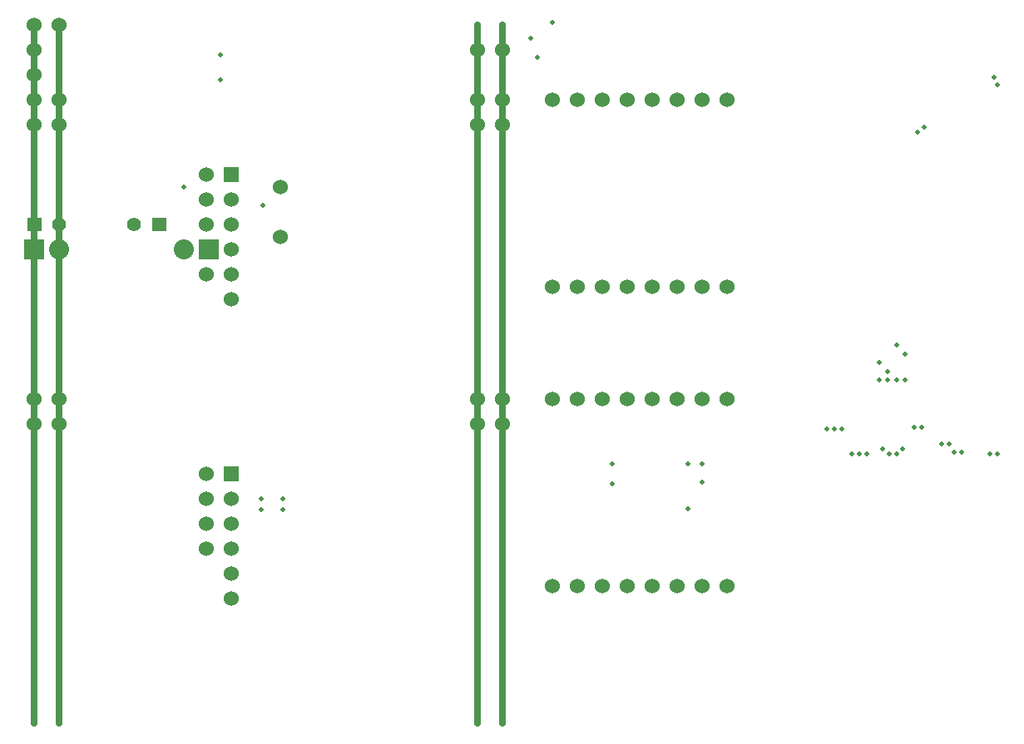
<source format=gbr>
G04 start of page 5 for group 3 idx 14 *
G04 Title: (unknown), exclude1 *
G04 Creator: pcb 4.2.0 *
G04 CreationDate: Thu Sep 17 08:22:15 2020 UTC *
G04 For: commonadmin *
G04 Format: Gerber/RS-274X *
G04 PCB-Dimensions (mil): 6000.00 7000.00 *
G04 PCB-Coordinate-Origin: lower left *
%MOIN*%
%FSLAX25Y25*%
%LNGROUP3*%
%ADD42C,0.0300*%
%ADD41C,0.0500*%
%ADD40C,0.0100*%
%ADD39C,0.0380*%
%ADD38C,0.0550*%
%ADD37C,0.0800*%
%ADD36C,0.0001*%
%ADD35C,0.0200*%
%ADD34C,0.0600*%
%ADD33C,0.0250*%
G54D33*X100000Y350000D02*Y100000D01*
X277500D02*Y380000D01*
X267500Y100000D02*Y380000D01*
X100000Y351000D02*Y380000D01*
X90000Y100000D02*Y380000D01*
G54D34*X327500Y155000D03*
X337500D03*
X347500D03*
X357500D03*
X297500D03*
X307500D03*
X317500D03*
X367500D03*
X307500Y230000D03*
X317500D03*
X327500D03*
X337500D03*
X347500D03*
X357500D03*
X367500D03*
G54D35*X458499Y208500D03*
X438000Y210000D03*
X461500Y208500D03*
X473000Y208000D03*
X476000D03*
X453500Y212000D03*
X456500D03*
X442500Y218500D03*
X445500D03*
X430000Y210000D03*
X432500Y208000D03*
X435500D03*
X417500D03*
X420500D03*
X423500D03*
X407500Y218000D03*
X410500D03*
X413500D03*
G54D34*X297500Y230000D03*
X277500D03*
Y220000D03*
X267500D03*
Y230000D03*
X367500Y275000D03*
X357500D03*
X347500D03*
X337500D03*
X327500D03*
X317500D03*
X307500D03*
X297500D03*
X267500Y350000D03*
X277500D03*
X267500Y340000D03*
X277500D03*
X367500Y350000D03*
X357500D03*
X347500D03*
X337500D03*
X327500D03*
X317500D03*
X307500D03*
X297500D03*
X100000Y230000D03*
Y220000D03*
X90000D03*
Y230000D03*
X169000Y170000D03*
G54D36*G36*
X156000Y294000D02*Y286000D01*
X164000D01*
Y294000D01*
X156000D01*
G37*
G54D34*X169000Y160000D03*
Y150000D03*
G54D37*X150000Y290000D03*
G54D36*G36*
X166000Y203000D02*Y197000D01*
X172000D01*
Y203000D01*
X166000D01*
G37*
G54D34*X169000Y190000D03*
Y180000D03*
G54D36*G36*
X166000Y323000D02*Y317000D01*
X172000D01*
Y323000D01*
X166000D01*
G37*
G54D34*X169000Y310000D03*
Y300000D03*
Y290000D03*
Y280000D03*
Y270000D03*
X188500Y315000D03*
Y295000D03*
X90000Y350000D03*
X100000D03*
X90000Y340000D03*
X100000D03*
G54D36*G36*
X87250Y302750D02*Y297250D01*
X92750D01*
Y302750D01*
X87250D01*
G37*
G54D38*X130000Y300000D03*
G54D37*X100000Y290000D03*
G54D38*Y300000D03*
G54D36*G36*
X86000Y294000D02*Y286000D01*
X94000D01*
Y294000D01*
X86000D01*
G37*
G36*
X137250Y302750D02*Y297250D01*
X142750D01*
Y302750D01*
X137250D01*
G37*
G54D34*X277500Y370000D03*
G54D35*X291500Y367000D03*
X289000Y374500D03*
X297500Y381000D03*
X321500Y196000D03*
X352000Y204000D03*
Y186000D03*
X321500Y204000D03*
G54D34*X267500Y370000D03*
X159000Y320000D03*
Y310000D03*
G54D35*X164500Y368000D03*
Y358000D03*
X150000Y315000D03*
X181500Y307500D03*
G54D34*X159000Y280000D03*
Y300000D03*
X100000Y380000D03*
X90000Y370000D03*
Y380000D03*
Y360000D03*
X159000Y200000D03*
Y190000D03*
Y180000D03*
Y170000D03*
G54D35*X189500Y185500D03*
X181000D03*
X189500Y190000D03*
X181000D03*
X357500Y204000D03*
Y196500D03*
X439000Y237500D03*
X435500D03*
X432000D03*
X428500D03*
X439000Y248000D03*
X435500Y251500D03*
X432000Y241000D03*
X428500Y244500D03*
X444000Y337000D03*
X446500Y339000D03*
X474500Y359000D03*
X476000Y356000D03*
G54D39*G54D40*G54D39*G54D40*G54D39*G54D40*G54D39*G54D40*G54D39*G54D41*G54D39*G54D41*G54D39*G54D42*G54D41*G54D42*G54D41*G54D42*M02*

</source>
